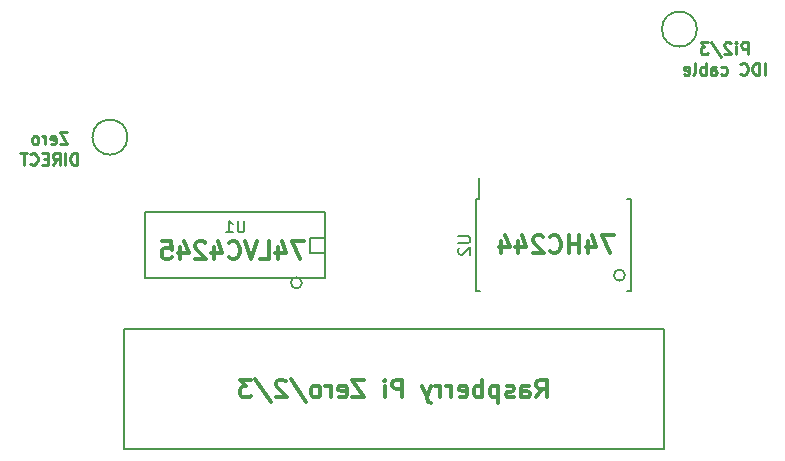
<source format=gbo>
G04 #@! TF.FileFunction,Legend,Bot*
%FSLAX46Y46*%
G04 Gerber Fmt 4.6, Leading zero omitted, Abs format (unit mm)*
G04 Created by KiCad (PCBNEW 4.0.7) date 04/26/18 00:03:18*
%MOMM*%
%LPD*%
G01*
G04 APERTURE LIST*
%ADD10C,0.100000*%
%ADD11C,0.200000*%
%ADD12C,0.250000*%
%ADD13C,0.300000*%
%ADD14C,0.150000*%
G04 APERTURE END LIST*
D10*
D11*
X131064001Y-92964000D02*
G75*
G03X131064001Y-92964000I-1481062J0D01*
G01*
X179281062Y-83820000D02*
G75*
G03X179281062Y-83820000I-1481062J0D01*
G01*
D12*
X183586190Y-85937381D02*
X183586190Y-84937381D01*
X183205237Y-84937381D01*
X183109999Y-84985000D01*
X183062380Y-85032619D01*
X183014761Y-85127857D01*
X183014761Y-85270714D01*
X183062380Y-85365952D01*
X183109999Y-85413571D01*
X183205237Y-85461190D01*
X183586190Y-85461190D01*
X182586190Y-85937381D02*
X182586190Y-85270714D01*
X182586190Y-84937381D02*
X182633809Y-84985000D01*
X182586190Y-85032619D01*
X182538571Y-84985000D01*
X182586190Y-84937381D01*
X182586190Y-85032619D01*
X182157619Y-85032619D02*
X182110000Y-84985000D01*
X182014762Y-84937381D01*
X181776666Y-84937381D01*
X181681428Y-84985000D01*
X181633809Y-85032619D01*
X181586190Y-85127857D01*
X181586190Y-85223095D01*
X181633809Y-85365952D01*
X182205238Y-85937381D01*
X181586190Y-85937381D01*
X180443333Y-84889762D02*
X181300476Y-86175476D01*
X180205238Y-84937381D02*
X179586190Y-84937381D01*
X179919524Y-85318333D01*
X179776666Y-85318333D01*
X179681428Y-85365952D01*
X179633809Y-85413571D01*
X179586190Y-85508810D01*
X179586190Y-85746905D01*
X179633809Y-85842143D01*
X179681428Y-85889762D01*
X179776666Y-85937381D01*
X180062381Y-85937381D01*
X180157619Y-85889762D01*
X180205238Y-85842143D01*
X185014762Y-87687381D02*
X185014762Y-86687381D01*
X184538572Y-87687381D02*
X184538572Y-86687381D01*
X184300477Y-86687381D01*
X184157619Y-86735000D01*
X184062381Y-86830238D01*
X184014762Y-86925476D01*
X183967143Y-87115952D01*
X183967143Y-87258810D01*
X184014762Y-87449286D01*
X184062381Y-87544524D01*
X184157619Y-87639762D01*
X184300477Y-87687381D01*
X184538572Y-87687381D01*
X182967143Y-87592143D02*
X183014762Y-87639762D01*
X183157619Y-87687381D01*
X183252857Y-87687381D01*
X183395715Y-87639762D01*
X183490953Y-87544524D01*
X183538572Y-87449286D01*
X183586191Y-87258810D01*
X183586191Y-87115952D01*
X183538572Y-86925476D01*
X183490953Y-86830238D01*
X183395715Y-86735000D01*
X183252857Y-86687381D01*
X183157619Y-86687381D01*
X183014762Y-86735000D01*
X182967143Y-86782619D01*
X181348095Y-87639762D02*
X181443333Y-87687381D01*
X181633810Y-87687381D01*
X181729048Y-87639762D01*
X181776667Y-87592143D01*
X181824286Y-87496905D01*
X181824286Y-87211190D01*
X181776667Y-87115952D01*
X181729048Y-87068333D01*
X181633810Y-87020714D01*
X181443333Y-87020714D01*
X181348095Y-87068333D01*
X180490952Y-87687381D02*
X180490952Y-87163571D01*
X180538571Y-87068333D01*
X180633809Y-87020714D01*
X180824286Y-87020714D01*
X180919524Y-87068333D01*
X180490952Y-87639762D02*
X180586190Y-87687381D01*
X180824286Y-87687381D01*
X180919524Y-87639762D01*
X180967143Y-87544524D01*
X180967143Y-87449286D01*
X180919524Y-87354048D01*
X180824286Y-87306429D01*
X180586190Y-87306429D01*
X180490952Y-87258810D01*
X180014762Y-87687381D02*
X180014762Y-86687381D01*
X180014762Y-87068333D02*
X179919524Y-87020714D01*
X179729047Y-87020714D01*
X179633809Y-87068333D01*
X179586190Y-87115952D01*
X179538571Y-87211190D01*
X179538571Y-87496905D01*
X179586190Y-87592143D01*
X179633809Y-87639762D01*
X179729047Y-87687381D01*
X179919524Y-87687381D01*
X180014762Y-87639762D01*
X178967143Y-87687381D02*
X179062381Y-87639762D01*
X179110000Y-87544524D01*
X179110000Y-86687381D01*
X178205237Y-87639762D02*
X178300475Y-87687381D01*
X178490952Y-87687381D01*
X178586190Y-87639762D01*
X178633809Y-87544524D01*
X178633809Y-87163571D01*
X178586190Y-87068333D01*
X178490952Y-87020714D01*
X178300475Y-87020714D01*
X178205237Y-87068333D01*
X178157618Y-87163571D01*
X178157618Y-87258810D01*
X178633809Y-87354048D01*
X125983810Y-92557381D02*
X125317143Y-92557381D01*
X125983810Y-93557381D01*
X125317143Y-93557381D01*
X124555238Y-93509762D02*
X124650476Y-93557381D01*
X124840953Y-93557381D01*
X124936191Y-93509762D01*
X124983810Y-93414524D01*
X124983810Y-93033571D01*
X124936191Y-92938333D01*
X124840953Y-92890714D01*
X124650476Y-92890714D01*
X124555238Y-92938333D01*
X124507619Y-93033571D01*
X124507619Y-93128810D01*
X124983810Y-93224048D01*
X124079048Y-93557381D02*
X124079048Y-92890714D01*
X124079048Y-93081190D02*
X124031429Y-92985952D01*
X123983810Y-92938333D01*
X123888572Y-92890714D01*
X123793333Y-92890714D01*
X123317143Y-93557381D02*
X123412381Y-93509762D01*
X123460000Y-93462143D01*
X123507619Y-93366905D01*
X123507619Y-93081190D01*
X123460000Y-92985952D01*
X123412381Y-92938333D01*
X123317143Y-92890714D01*
X123174285Y-92890714D01*
X123079047Y-92938333D01*
X123031428Y-92985952D01*
X122983809Y-93081190D01*
X122983809Y-93366905D01*
X123031428Y-93462143D01*
X123079047Y-93509762D01*
X123174285Y-93557381D01*
X123317143Y-93557381D01*
X126793333Y-95307381D02*
X126793333Y-94307381D01*
X126555238Y-94307381D01*
X126412380Y-94355000D01*
X126317142Y-94450238D01*
X126269523Y-94545476D01*
X126221904Y-94735952D01*
X126221904Y-94878810D01*
X126269523Y-95069286D01*
X126317142Y-95164524D01*
X126412380Y-95259762D01*
X126555238Y-95307381D01*
X126793333Y-95307381D01*
X125793333Y-95307381D02*
X125793333Y-94307381D01*
X124745714Y-95307381D02*
X125079048Y-94831190D01*
X125317143Y-95307381D02*
X125317143Y-94307381D01*
X124936190Y-94307381D01*
X124840952Y-94355000D01*
X124793333Y-94402619D01*
X124745714Y-94497857D01*
X124745714Y-94640714D01*
X124793333Y-94735952D01*
X124840952Y-94783571D01*
X124936190Y-94831190D01*
X125317143Y-94831190D01*
X124317143Y-94783571D02*
X123983809Y-94783571D01*
X123840952Y-95307381D02*
X124317143Y-95307381D01*
X124317143Y-94307381D01*
X123840952Y-94307381D01*
X122840952Y-95212143D02*
X122888571Y-95259762D01*
X123031428Y-95307381D01*
X123126666Y-95307381D01*
X123269524Y-95259762D01*
X123364762Y-95164524D01*
X123412381Y-95069286D01*
X123460000Y-94878810D01*
X123460000Y-94735952D01*
X123412381Y-94545476D01*
X123364762Y-94450238D01*
X123269524Y-94355000D01*
X123126666Y-94307381D01*
X123031428Y-94307381D01*
X122888571Y-94355000D01*
X122840952Y-94402619D01*
X122555238Y-94307381D02*
X121983809Y-94307381D01*
X122269524Y-95307381D02*
X122269524Y-94307381D01*
D11*
X145831173Y-105298627D02*
G75*
G03X145831173Y-105298627I-466973J0D01*
G01*
X173186973Y-104648000D02*
G75*
G03X173186973Y-104648000I-466973J0D01*
G01*
D13*
X165690627Y-115003971D02*
X166190627Y-114289686D01*
X166547770Y-115003971D02*
X166547770Y-113503971D01*
X165976342Y-113503971D01*
X165833484Y-113575400D01*
X165762056Y-113646829D01*
X165690627Y-113789686D01*
X165690627Y-114003971D01*
X165762056Y-114146829D01*
X165833484Y-114218257D01*
X165976342Y-114289686D01*
X166547770Y-114289686D01*
X164404913Y-115003971D02*
X164404913Y-114218257D01*
X164476342Y-114075400D01*
X164619199Y-114003971D01*
X164904913Y-114003971D01*
X165047770Y-114075400D01*
X164404913Y-114932543D02*
X164547770Y-115003971D01*
X164904913Y-115003971D01*
X165047770Y-114932543D01*
X165119199Y-114789686D01*
X165119199Y-114646829D01*
X165047770Y-114503971D01*
X164904913Y-114432543D01*
X164547770Y-114432543D01*
X164404913Y-114361114D01*
X163762056Y-114932543D02*
X163619199Y-115003971D01*
X163333484Y-115003971D01*
X163190627Y-114932543D01*
X163119199Y-114789686D01*
X163119199Y-114718257D01*
X163190627Y-114575400D01*
X163333484Y-114503971D01*
X163547770Y-114503971D01*
X163690627Y-114432543D01*
X163762056Y-114289686D01*
X163762056Y-114218257D01*
X163690627Y-114075400D01*
X163547770Y-114003971D01*
X163333484Y-114003971D01*
X163190627Y-114075400D01*
X162476341Y-114003971D02*
X162476341Y-115503971D01*
X162476341Y-114075400D02*
X162333484Y-114003971D01*
X162047770Y-114003971D01*
X161904913Y-114075400D01*
X161833484Y-114146829D01*
X161762055Y-114289686D01*
X161762055Y-114718257D01*
X161833484Y-114861114D01*
X161904913Y-114932543D01*
X162047770Y-115003971D01*
X162333484Y-115003971D01*
X162476341Y-114932543D01*
X161119198Y-115003971D02*
X161119198Y-113503971D01*
X161119198Y-114075400D02*
X160976341Y-114003971D01*
X160690627Y-114003971D01*
X160547770Y-114075400D01*
X160476341Y-114146829D01*
X160404912Y-114289686D01*
X160404912Y-114718257D01*
X160476341Y-114861114D01*
X160547770Y-114932543D01*
X160690627Y-115003971D01*
X160976341Y-115003971D01*
X161119198Y-114932543D01*
X159190627Y-114932543D02*
X159333484Y-115003971D01*
X159619198Y-115003971D01*
X159762055Y-114932543D01*
X159833484Y-114789686D01*
X159833484Y-114218257D01*
X159762055Y-114075400D01*
X159619198Y-114003971D01*
X159333484Y-114003971D01*
X159190627Y-114075400D01*
X159119198Y-114218257D01*
X159119198Y-114361114D01*
X159833484Y-114503971D01*
X158476341Y-115003971D02*
X158476341Y-114003971D01*
X158476341Y-114289686D02*
X158404913Y-114146829D01*
X158333484Y-114075400D01*
X158190627Y-114003971D01*
X158047770Y-114003971D01*
X157547770Y-115003971D02*
X157547770Y-114003971D01*
X157547770Y-114289686D02*
X157476342Y-114146829D01*
X157404913Y-114075400D01*
X157262056Y-114003971D01*
X157119199Y-114003971D01*
X156762056Y-114003971D02*
X156404913Y-115003971D01*
X156047771Y-114003971D02*
X156404913Y-115003971D01*
X156547771Y-115361114D01*
X156619199Y-115432543D01*
X156762056Y-115503971D01*
X154333485Y-115003971D02*
X154333485Y-113503971D01*
X153762057Y-113503971D01*
X153619199Y-113575400D01*
X153547771Y-113646829D01*
X153476342Y-113789686D01*
X153476342Y-114003971D01*
X153547771Y-114146829D01*
X153619199Y-114218257D01*
X153762057Y-114289686D01*
X154333485Y-114289686D01*
X152833485Y-115003971D02*
X152833485Y-114003971D01*
X152833485Y-113503971D02*
X152904914Y-113575400D01*
X152833485Y-113646829D01*
X152762057Y-113575400D01*
X152833485Y-113503971D01*
X152833485Y-113646829D01*
X151119199Y-113503971D02*
X150119199Y-113503971D01*
X151119199Y-115003971D01*
X150119199Y-115003971D01*
X148976343Y-114932543D02*
X149119200Y-115003971D01*
X149404914Y-115003971D01*
X149547771Y-114932543D01*
X149619200Y-114789686D01*
X149619200Y-114218257D01*
X149547771Y-114075400D01*
X149404914Y-114003971D01*
X149119200Y-114003971D01*
X148976343Y-114075400D01*
X148904914Y-114218257D01*
X148904914Y-114361114D01*
X149619200Y-114503971D01*
X148262057Y-115003971D02*
X148262057Y-114003971D01*
X148262057Y-114289686D02*
X148190629Y-114146829D01*
X148119200Y-114075400D01*
X147976343Y-114003971D01*
X147833486Y-114003971D01*
X147119200Y-115003971D02*
X147262058Y-114932543D01*
X147333486Y-114861114D01*
X147404915Y-114718257D01*
X147404915Y-114289686D01*
X147333486Y-114146829D01*
X147262058Y-114075400D01*
X147119200Y-114003971D01*
X146904915Y-114003971D01*
X146762058Y-114075400D01*
X146690629Y-114146829D01*
X146619200Y-114289686D01*
X146619200Y-114718257D01*
X146690629Y-114861114D01*
X146762058Y-114932543D01*
X146904915Y-115003971D01*
X147119200Y-115003971D01*
X144904915Y-113432543D02*
X146190629Y-115361114D01*
X144476343Y-113646829D02*
X144404914Y-113575400D01*
X144262057Y-113503971D01*
X143904914Y-113503971D01*
X143762057Y-113575400D01*
X143690628Y-113646829D01*
X143619200Y-113789686D01*
X143619200Y-113932543D01*
X143690628Y-114146829D01*
X144547771Y-115003971D01*
X143619200Y-115003971D01*
X141904915Y-113432543D02*
X143190629Y-115361114D01*
X141547771Y-113503971D02*
X140619200Y-113503971D01*
X141119200Y-114075400D01*
X140904914Y-114075400D01*
X140762057Y-114146829D01*
X140690628Y-114218257D01*
X140619200Y-114361114D01*
X140619200Y-114718257D01*
X140690628Y-114861114D01*
X140762057Y-114932543D01*
X140904914Y-115003971D01*
X141333486Y-115003971D01*
X141476343Y-114932543D01*
X141547771Y-114861114D01*
X146025427Y-101794571D02*
X145025427Y-101794571D01*
X145668284Y-103294571D01*
X143811142Y-102294571D02*
X143811142Y-103294571D01*
X144168285Y-101723143D02*
X144525428Y-102794571D01*
X143596856Y-102794571D01*
X142311142Y-103294571D02*
X143025428Y-103294571D01*
X143025428Y-101794571D01*
X142025428Y-101794571D02*
X141525428Y-103294571D01*
X141025428Y-101794571D01*
X139668285Y-103151714D02*
X139739714Y-103223143D01*
X139954000Y-103294571D01*
X140096857Y-103294571D01*
X140311142Y-103223143D01*
X140454000Y-103080286D01*
X140525428Y-102937429D01*
X140596857Y-102651714D01*
X140596857Y-102437429D01*
X140525428Y-102151714D01*
X140454000Y-102008857D01*
X140311142Y-101866000D01*
X140096857Y-101794571D01*
X139954000Y-101794571D01*
X139739714Y-101866000D01*
X139668285Y-101937429D01*
X138382571Y-102294571D02*
X138382571Y-103294571D01*
X138739714Y-101723143D02*
X139096857Y-102794571D01*
X138168285Y-102794571D01*
X137668286Y-101937429D02*
X137596857Y-101866000D01*
X137454000Y-101794571D01*
X137096857Y-101794571D01*
X136954000Y-101866000D01*
X136882571Y-101937429D01*
X136811143Y-102080286D01*
X136811143Y-102223143D01*
X136882571Y-102437429D01*
X137739714Y-103294571D01*
X136811143Y-103294571D01*
X135525429Y-102294571D02*
X135525429Y-103294571D01*
X135882572Y-101723143D02*
X136239715Y-102794571D01*
X135311143Y-102794571D01*
X134025429Y-101794571D02*
X134739715Y-101794571D01*
X134811144Y-102508857D01*
X134739715Y-102437429D01*
X134596858Y-102366000D01*
X134239715Y-102366000D01*
X134096858Y-102437429D01*
X134025429Y-102508857D01*
X133954001Y-102651714D01*
X133954001Y-103008857D01*
X134025429Y-103151714D01*
X134096858Y-103223143D01*
X134239715Y-103294571D01*
X134596858Y-103294571D01*
X134739715Y-103223143D01*
X134811144Y-103151714D01*
X172278856Y-101286571D02*
X171278856Y-101286571D01*
X171921713Y-102786571D01*
X170064571Y-101786571D02*
X170064571Y-102786571D01*
X170421714Y-101215143D02*
X170778857Y-102286571D01*
X169850285Y-102286571D01*
X169278857Y-102786571D02*
X169278857Y-101286571D01*
X169278857Y-102000857D02*
X168421714Y-102000857D01*
X168421714Y-102786571D02*
X168421714Y-101286571D01*
X166850285Y-102643714D02*
X166921714Y-102715143D01*
X167136000Y-102786571D01*
X167278857Y-102786571D01*
X167493142Y-102715143D01*
X167636000Y-102572286D01*
X167707428Y-102429429D01*
X167778857Y-102143714D01*
X167778857Y-101929429D01*
X167707428Y-101643714D01*
X167636000Y-101500857D01*
X167493142Y-101358000D01*
X167278857Y-101286571D01*
X167136000Y-101286571D01*
X166921714Y-101358000D01*
X166850285Y-101429429D01*
X166278857Y-101429429D02*
X166207428Y-101358000D01*
X166064571Y-101286571D01*
X165707428Y-101286571D01*
X165564571Y-101358000D01*
X165493142Y-101429429D01*
X165421714Y-101572286D01*
X165421714Y-101715143D01*
X165493142Y-101929429D01*
X166350285Y-102786571D01*
X165421714Y-102786571D01*
X164136000Y-101786571D02*
X164136000Y-102786571D01*
X164493143Y-101215143D02*
X164850286Y-102286571D01*
X163921714Y-102286571D01*
X162707429Y-101786571D02*
X162707429Y-102786571D01*
X163064572Y-101215143D02*
X163421715Y-102286571D01*
X162493143Y-102286571D01*
D14*
X130810000Y-109220000D02*
X130810000Y-119380000D01*
X130810000Y-119380000D02*
X176530000Y-119380000D01*
X176530000Y-119380000D02*
X176530000Y-109220000D01*
X176530000Y-109220000D02*
X130810000Y-109220000D01*
X132588000Y-99314000D02*
X132588000Y-104902000D01*
X147828000Y-99314000D02*
X147828000Y-104902000D01*
X132588000Y-99314000D02*
X147828000Y-99314000D01*
X147828000Y-101473000D02*
X146558000Y-101473000D01*
X146558000Y-101473000D02*
X146558000Y-102743000D01*
X146558000Y-102743000D02*
X147828000Y-102743000D01*
X147828000Y-104902000D02*
X132588000Y-104902000D01*
X160557000Y-98233000D02*
X160807000Y-98233000D01*
X160557000Y-105983000D02*
X160892000Y-105983000D01*
X173707000Y-105983000D02*
X173372000Y-105983000D01*
X173707000Y-98233000D02*
X173372000Y-98233000D01*
X160557000Y-98233000D02*
X160557000Y-105983000D01*
X173707000Y-98233000D02*
X173707000Y-105983000D01*
X160807000Y-98233000D02*
X160807000Y-96433000D01*
X140969905Y-100036381D02*
X140969905Y-100845905D01*
X140922286Y-100941143D01*
X140874667Y-100988762D01*
X140779429Y-101036381D01*
X140588952Y-101036381D01*
X140493714Y-100988762D01*
X140446095Y-100941143D01*
X140398476Y-100845905D01*
X140398476Y-100036381D01*
X139398476Y-101036381D02*
X139969905Y-101036381D01*
X139684191Y-101036381D02*
X139684191Y-100036381D01*
X139779429Y-100179238D01*
X139874667Y-100274476D01*
X139969905Y-100322095D01*
X159084381Y-101346095D02*
X159893905Y-101346095D01*
X159989143Y-101393714D01*
X160036762Y-101441333D01*
X160084381Y-101536571D01*
X160084381Y-101727048D01*
X160036762Y-101822286D01*
X159989143Y-101869905D01*
X159893905Y-101917524D01*
X159084381Y-101917524D01*
X159179619Y-102346095D02*
X159132000Y-102393714D01*
X159084381Y-102488952D01*
X159084381Y-102727048D01*
X159132000Y-102822286D01*
X159179619Y-102869905D01*
X159274857Y-102917524D01*
X159370095Y-102917524D01*
X159512952Y-102869905D01*
X160084381Y-102298476D01*
X160084381Y-102917524D01*
M02*

</source>
